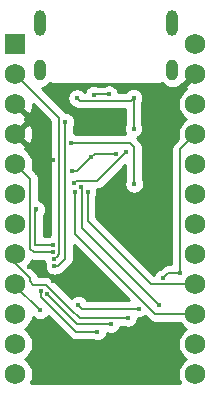
<source format=gbl>
%TF.GenerationSoftware,KiCad,Pcbnew,5.1.9*%
%TF.CreationDate,2021-03-01T07:28:27+02:00*%
%TF.ProjectId,beater-c,62656174-6572-42d6-932e-6b696361645f,rev?*%
%TF.SameCoordinates,Original*%
%TF.FileFunction,Copper,L2,Bot*%
%TF.FilePolarity,Positive*%
%FSLAX46Y46*%
G04 Gerber Fmt 4.6, Leading zero omitted, Abs format (unit mm)*
G04 Created by KiCad (PCBNEW 5.1.9) date 2021-03-01 07:28:27*
%MOMM*%
%LPD*%
G01*
G04 APERTURE LIST*
%TA.AperFunction,ComponentPad*%
%ADD10O,1.000000X2.200000*%
%TD*%
%TA.AperFunction,ComponentPad*%
%ADD11O,1.000000X1.800000*%
%TD*%
%TA.AperFunction,ComponentPad*%
%ADD12C,1.752600*%
%TD*%
%TA.AperFunction,ComponentPad*%
%ADD13R,1.752600X1.752600*%
%TD*%
%TA.AperFunction,ViaPad*%
%ADD14C,0.400000*%
%TD*%
%TA.AperFunction,Conductor*%
%ADD15C,0.200000*%
%TD*%
%TA.AperFunction,Conductor*%
%ADD16C,0.254000*%
%TD*%
%TA.AperFunction,Conductor*%
%ADD17C,0.100000*%
%TD*%
G04 APERTURE END LIST*
D10*
%TO.P,USB1,13*%
%TO.N,Net-(USB1-Pad13)*%
X230258000Y-93590800D03*
X219018000Y-93590800D03*
D11*
X219018000Y-97590800D03*
X230258000Y-97590800D03*
%TD*%
D12*
%TO.P,U1,24*%
%TO.N,Net-(U1-Pad24)*%
X232207000Y-95402000D03*
%TO.P,U1,12*%
%TO.N,B5*%
X216967000Y-123342000D03*
%TO.P,U1,23*%
%TO.N,GND*%
X232207000Y-97942000D03*
%TO.P,U1,22*%
%TO.N,RST*%
X232207000Y-100482000D03*
%TO.P,U1,21*%
%TO.N,+5V*%
X232207000Y-103022000D03*
%TO.P,U1,20*%
%TO.N,F4*%
X232207000Y-105562000D03*
%TO.P,U1,19*%
%TO.N,F5*%
X232207000Y-108102000D03*
%TO.P,U1,18*%
%TO.N,F6*%
X232207000Y-110642000D03*
%TO.P,U1,17*%
%TO.N,F7*%
X232207000Y-113182000D03*
%TO.P,U1,16*%
%TO.N,B1*%
X232207000Y-115722000D03*
%TO.P,U1,15*%
%TO.N,B3*%
X232207000Y-118262000D03*
%TO.P,U1,14*%
%TO.N,B2*%
X232207000Y-120802000D03*
%TO.P,U1,13*%
%TO.N,B6*%
X232207000Y-123342000D03*
%TO.P,U1,11*%
%TO.N,B4*%
X216967000Y-120802000D03*
%TO.P,U1,10*%
%TO.N,E6*%
X216967000Y-118262000D03*
%TO.P,U1,9*%
%TO.N,D7*%
X216967000Y-115722000D03*
%TO.P,U1,8*%
%TO.N,C6*%
X216967000Y-113182000D03*
%TO.P,U1,7*%
%TO.N,D4*%
X216967000Y-110642000D03*
%TO.P,U1,6*%
%TO.N,D0*%
X216967000Y-108102000D03*
%TO.P,U1,5*%
%TO.N,D1*%
X216967000Y-105562000D03*
%TO.P,U1,4*%
%TO.N,GND*%
X216967000Y-103022000D03*
%TO.P,U1,3*%
X216967000Y-100482000D03*
%TO.P,U1,2*%
%TO.N,D2*%
X216967000Y-97942000D03*
D13*
%TO.P,U1,1*%
%TO.N,D3*%
X216967000Y-95402000D03*
%TD*%
D14*
%TO.N,GND*%
X227330000Y-122936000D03*
X220134592Y-115495957D03*
X218121549Y-114300000D03*
X219200000Y-119900000D03*
X220175200Y-105200000D03*
X222200000Y-101400000D03*
X229300000Y-103400000D03*
X227900000Y-101700000D03*
X229300000Y-120400000D03*
X230000000Y-112700000D03*
X219400000Y-121800000D03*
%TO.N,+5V*%
X223400000Y-105000000D03*
X225464350Y-104727043D03*
X222300000Y-117500000D03*
X227400000Y-117800000D03*
X230900000Y-114800000D03*
X229464000Y-115222000D03*
X221800000Y-106200000D03*
%TO.N,VBUS*%
X226974400Y-99974400D03*
X222199200Y-99982000D03*
X226974400Y-102565200D03*
%TO.N,D+*%
X224888000Y-99669600D03*
X223626429Y-99690905D03*
%TO.N,RST*%
X221932500Y-107188000D03*
X226314000Y-104584500D03*
%TO.N,B1*%
X223075500Y-107950000D03*
%TO.N,B3*%
X222026990Y-107896061D03*
%TO.N,B2*%
X222501186Y-107528447D03*
X229108000Y-117538500D03*
%TO.N,E6*%
X227012500Y-107251500D03*
X221675200Y-103757567D03*
%TO.N,D7*%
X219051795Y-117948205D03*
%TO.N,C6*%
X226500000Y-118600000D03*
%TO.N,D0*%
X220175200Y-112416887D03*
X218736800Y-109410500D03*
%TO.N,D1*%
X220116400Y-113014000D03*
%TO.N,D2*%
X220230609Y-113603032D03*
%TO.N,D3*%
X220272584Y-114201564D03*
X221175200Y-101981000D03*
%TO.N,Net-(U2-Pad17)*%
X219646500Y-116586000D03*
X225044000Y-119126000D03*
%TO.N,Net-(U2-Pad16)*%
X223898954Y-119758954D03*
X219121549Y-116290168D03*
%TD*%
D15*
%TO.N,GND*%
X218938635Y-114300000D02*
X218121549Y-114300000D01*
X220134592Y-115495957D02*
X218938635Y-114300000D01*
X219145000Y-105200000D02*
X220175200Y-105200000D01*
X216967000Y-103022000D02*
X219145000Y-105200000D01*
%TO.N,+5V*%
X223672957Y-104727043D02*
X225464350Y-104727043D01*
X223400000Y-105000000D02*
X223672957Y-104727043D01*
X230900000Y-104329000D02*
X232207000Y-103022000D01*
X230900000Y-114800000D02*
X230900000Y-104329000D01*
X222600000Y-117800000D02*
X227400000Y-117800000D01*
X222300000Y-117500000D02*
X222600000Y-117800000D01*
X229886000Y-114800000D02*
X229464000Y-115222000D01*
X230900000Y-114800000D02*
X229886000Y-114800000D01*
X222200000Y-106200000D02*
X223400000Y-105000000D01*
X221800000Y-106200000D02*
X222200000Y-106200000D01*
%TO.N,VBUS*%
X222408106Y-100190906D02*
X222199200Y-99982000D01*
X226757894Y-100190906D02*
X222408106Y-100190906D01*
X226974400Y-99974400D02*
X226757894Y-100190906D01*
X226974400Y-99974400D02*
X226974400Y-102565200D01*
%TO.N,D+*%
X223647734Y-99669600D02*
X223626429Y-99690905D01*
X224888000Y-99669600D02*
X223647734Y-99669600D01*
%TO.N,RST*%
X223910499Y-106988001D02*
X226314000Y-104584500D01*
X222132499Y-106988001D02*
X223910499Y-106988001D01*
X221932500Y-107188000D02*
X222132499Y-106988001D01*
%TO.N,B1*%
X223075500Y-107950000D02*
X223075500Y-110363000D01*
X228434500Y-115722000D02*
X232207000Y-115722000D01*
X223075500Y-110363000D02*
X228434500Y-115722000D01*
%TO.N,B3*%
X222026990Y-107896061D02*
X222026990Y-111486190D01*
X228802800Y-118262000D02*
X232207000Y-118262000D01*
X222026990Y-111486190D02*
X228802800Y-118262000D01*
%TO.N,B2*%
X222575499Y-111005999D02*
X229108000Y-117538500D01*
X222575499Y-107602760D02*
X222575499Y-111005999D01*
X222501186Y-107528447D02*
X222575499Y-107602760D01*
%TO.N,E6*%
X226630067Y-103757567D02*
X224664433Y-103757567D01*
X227012500Y-107251500D02*
X227012500Y-104140000D01*
X224664433Y-103757567D02*
X221675200Y-103757567D01*
X227012500Y-104140000D02*
X226630067Y-103757567D01*
X224788567Y-103757567D02*
X224664433Y-103757567D01*
%TO.N,D7*%
X216967000Y-115863410D02*
X216967000Y-115722000D01*
X219051795Y-117948205D02*
X216967000Y-115863410D01*
%TO.N,C6*%
X221691800Y-117906800D02*
X221706800Y-117906800D01*
X222400000Y-118600000D02*
X226000000Y-118600000D01*
X221706800Y-117906800D02*
X222400000Y-118600000D01*
X226000000Y-118600000D02*
X226500000Y-118600000D01*
X218200000Y-115500000D02*
X218490167Y-115790167D01*
X221706800Y-117906298D02*
X221706800Y-117906800D01*
X219590669Y-115790167D02*
X221706800Y-117906298D01*
X218490167Y-115790167D02*
X219590669Y-115790167D01*
X216967000Y-113981074D02*
X216967000Y-113182000D01*
X218200000Y-115214074D02*
X216967000Y-113981074D01*
X218200000Y-115500000D02*
X218200000Y-115214074D01*
%TO.N,D0*%
X220175200Y-112416887D02*
X218658697Y-112416887D01*
X218658697Y-112416887D02*
X218636810Y-112395000D01*
X218636810Y-112395000D02*
X218636810Y-109658190D01*
X218736800Y-109558200D02*
X218736800Y-109410500D01*
X218636810Y-109658190D02*
X218736800Y-109558200D01*
%TO.N,D1*%
X220116400Y-113014000D02*
X218525600Y-113014000D01*
X218525600Y-113014000D02*
X218236800Y-112725200D01*
X218236800Y-106831800D02*
X216967000Y-105562000D01*
X218236800Y-112725200D02*
X218236800Y-106831800D01*
%TO.N,D2*%
X220430608Y-113403033D02*
X220454567Y-113403033D01*
X220230609Y-113603032D02*
X220430608Y-113403033D01*
X220454567Y-113403033D02*
X220675200Y-113182400D01*
X220675200Y-101650200D02*
X216967000Y-97942000D01*
X220675200Y-113182400D02*
X220675200Y-101650200D01*
%TO.N,D3*%
X221175200Y-113581790D02*
X221175200Y-102870000D01*
X220555426Y-114201564D02*
X221175200Y-113581790D01*
X220272584Y-114201564D02*
X220555426Y-114201564D01*
X221175200Y-102870000D02*
X221175200Y-101981000D01*
%TO.N,Net-(U2-Pad17)*%
X222186500Y-119126000D02*
X225044000Y-119126000D01*
X219646500Y-116586000D02*
X222186500Y-119126000D01*
%TO.N,Net-(U2-Pad16)*%
X222079452Y-119758954D02*
X223898954Y-119758954D01*
X219137699Y-116817201D02*
X222079452Y-119758954D01*
X219137699Y-116306318D02*
X219121549Y-116290168D01*
X219137699Y-116817201D02*
X219137699Y-116306318D01*
%TD*%
D16*
%TO.N,GND*%
X228257546Y-118756193D02*
X228280562Y-118784238D01*
X228392480Y-118876087D01*
X228520167Y-118944337D01*
X228658715Y-118986365D01*
X228766695Y-118997000D01*
X228766704Y-118997000D01*
X228802799Y-119000555D01*
X228838894Y-118997000D01*
X230880486Y-118997000D01*
X231033096Y-119225398D01*
X231243602Y-119435904D01*
X231387420Y-119532000D01*
X231243602Y-119628096D01*
X231033096Y-119838602D01*
X230867703Y-120086131D01*
X230753778Y-120361170D01*
X230695700Y-120653150D01*
X230695700Y-120950850D01*
X230753778Y-121242830D01*
X230867703Y-121517869D01*
X231033096Y-121765398D01*
X231243602Y-121975904D01*
X231387420Y-122072000D01*
X231243602Y-122168096D01*
X231033096Y-122378602D01*
X230867703Y-122626131D01*
X230753778Y-122901170D01*
X230695700Y-123193150D01*
X230695700Y-123490850D01*
X230753778Y-123782830D01*
X230867703Y-124057869D01*
X230907547Y-124117500D01*
X218266453Y-124117500D01*
X218306297Y-124057869D01*
X218420222Y-123782830D01*
X218478300Y-123490850D01*
X218478300Y-123193150D01*
X218420222Y-122901170D01*
X218306297Y-122626131D01*
X218140904Y-122378602D01*
X217930398Y-122168096D01*
X217786580Y-122072000D01*
X217930398Y-121975904D01*
X218140904Y-121765398D01*
X218306297Y-121517869D01*
X218420222Y-121242830D01*
X218478300Y-120950850D01*
X218478300Y-120653150D01*
X218420222Y-120361170D01*
X218306297Y-120086131D01*
X218140904Y-119838602D01*
X217930398Y-119628096D01*
X217786580Y-119532000D01*
X217930398Y-119435904D01*
X218140904Y-119225398D01*
X218306297Y-118977869D01*
X218420222Y-118702830D01*
X218454288Y-118531566D01*
X218519514Y-118596792D01*
X218656274Y-118688172D01*
X218808235Y-118751116D01*
X218969555Y-118783205D01*
X219134035Y-118783205D01*
X219295355Y-118751116D01*
X219447316Y-118688172D01*
X219584076Y-118596792D01*
X219700382Y-118480486D01*
X219724877Y-118443826D01*
X221534198Y-120253147D01*
X221557214Y-120281192D01*
X221669132Y-120373041D01*
X221796819Y-120441291D01*
X221893338Y-120470570D01*
X221935366Y-120483319D01*
X222079452Y-120497510D01*
X222115557Y-120493954D01*
X223495999Y-120493954D01*
X223503433Y-120498921D01*
X223655394Y-120561865D01*
X223816714Y-120593954D01*
X223981194Y-120593954D01*
X224142514Y-120561865D01*
X224294475Y-120498921D01*
X224431235Y-120407541D01*
X224547541Y-120291235D01*
X224638921Y-120154475D01*
X224701865Y-120002514D01*
X224722895Y-119896791D01*
X224800440Y-119928911D01*
X224961760Y-119961000D01*
X225126240Y-119961000D01*
X225287560Y-119928911D01*
X225439521Y-119865967D01*
X225576281Y-119774587D01*
X225692587Y-119658281D01*
X225783967Y-119521521D01*
X225846911Y-119369560D01*
X225853786Y-119335000D01*
X226097045Y-119335000D01*
X226104479Y-119339967D01*
X226256440Y-119402911D01*
X226417760Y-119435000D01*
X226582240Y-119435000D01*
X226743560Y-119402911D01*
X226895521Y-119339967D01*
X227032281Y-119248587D01*
X227148587Y-119132281D01*
X227239967Y-118995521D01*
X227302911Y-118843560D01*
X227335000Y-118682240D01*
X227335000Y-118635000D01*
X227482240Y-118635000D01*
X227643560Y-118602911D01*
X227795521Y-118539967D01*
X227932281Y-118448587D01*
X227941111Y-118439757D01*
X228257546Y-118756193D01*
%TA.AperFunction,Conductor*%
D17*
G36*
X228257546Y-118756193D02*
G01*
X228280562Y-118784238D01*
X228392480Y-118876087D01*
X228520167Y-118944337D01*
X228658715Y-118986365D01*
X228766695Y-118997000D01*
X228766704Y-118997000D01*
X228802799Y-119000555D01*
X228838894Y-118997000D01*
X230880486Y-118997000D01*
X231033096Y-119225398D01*
X231243602Y-119435904D01*
X231387420Y-119532000D01*
X231243602Y-119628096D01*
X231033096Y-119838602D01*
X230867703Y-120086131D01*
X230753778Y-120361170D01*
X230695700Y-120653150D01*
X230695700Y-120950850D01*
X230753778Y-121242830D01*
X230867703Y-121517869D01*
X231033096Y-121765398D01*
X231243602Y-121975904D01*
X231387420Y-122072000D01*
X231243602Y-122168096D01*
X231033096Y-122378602D01*
X230867703Y-122626131D01*
X230753778Y-122901170D01*
X230695700Y-123193150D01*
X230695700Y-123490850D01*
X230753778Y-123782830D01*
X230867703Y-124057869D01*
X230907547Y-124117500D01*
X218266453Y-124117500D01*
X218306297Y-124057869D01*
X218420222Y-123782830D01*
X218478300Y-123490850D01*
X218478300Y-123193150D01*
X218420222Y-122901170D01*
X218306297Y-122626131D01*
X218140904Y-122378602D01*
X217930398Y-122168096D01*
X217786580Y-122072000D01*
X217930398Y-121975904D01*
X218140904Y-121765398D01*
X218306297Y-121517869D01*
X218420222Y-121242830D01*
X218478300Y-120950850D01*
X218478300Y-120653150D01*
X218420222Y-120361170D01*
X218306297Y-120086131D01*
X218140904Y-119838602D01*
X217930398Y-119628096D01*
X217786580Y-119532000D01*
X217930398Y-119435904D01*
X218140904Y-119225398D01*
X218306297Y-118977869D01*
X218420222Y-118702830D01*
X218454288Y-118531566D01*
X218519514Y-118596792D01*
X218656274Y-118688172D01*
X218808235Y-118751116D01*
X218969555Y-118783205D01*
X219134035Y-118783205D01*
X219295355Y-118751116D01*
X219447316Y-118688172D01*
X219584076Y-118596792D01*
X219700382Y-118480486D01*
X219724877Y-118443826D01*
X221534198Y-120253147D01*
X221557214Y-120281192D01*
X221669132Y-120373041D01*
X221796819Y-120441291D01*
X221893338Y-120470570D01*
X221935366Y-120483319D01*
X222079452Y-120497510D01*
X222115557Y-120493954D01*
X223495999Y-120493954D01*
X223503433Y-120498921D01*
X223655394Y-120561865D01*
X223816714Y-120593954D01*
X223981194Y-120593954D01*
X224142514Y-120561865D01*
X224294475Y-120498921D01*
X224431235Y-120407541D01*
X224547541Y-120291235D01*
X224638921Y-120154475D01*
X224701865Y-120002514D01*
X224722895Y-119896791D01*
X224800440Y-119928911D01*
X224961760Y-119961000D01*
X225126240Y-119961000D01*
X225287560Y-119928911D01*
X225439521Y-119865967D01*
X225576281Y-119774587D01*
X225692587Y-119658281D01*
X225783967Y-119521521D01*
X225846911Y-119369560D01*
X225853786Y-119335000D01*
X226097045Y-119335000D01*
X226104479Y-119339967D01*
X226256440Y-119402911D01*
X226417760Y-119435000D01*
X226582240Y-119435000D01*
X226743560Y-119402911D01*
X226895521Y-119339967D01*
X227032281Y-119248587D01*
X227148587Y-119132281D01*
X227239967Y-118995521D01*
X227302911Y-118843560D01*
X227335000Y-118682240D01*
X227335000Y-118635000D01*
X227482240Y-118635000D01*
X227643560Y-118602911D01*
X227795521Y-118539967D01*
X227932281Y-118448587D01*
X227941111Y-118439757D01*
X228257546Y-118756193D01*
G37*
%TD.AperFunction*%
D16*
X226566353Y-117065000D02*
X223013588Y-117065000D01*
X222948587Y-116967719D01*
X222832281Y-116851413D01*
X222695521Y-116760033D01*
X222543560Y-116697089D01*
X222382240Y-116665000D01*
X222217760Y-116665000D01*
X222056440Y-116697089D01*
X221904479Y-116760033D01*
X221767719Y-116851413D01*
X221729540Y-116889592D01*
X220135927Y-115295979D01*
X220112907Y-115267929D01*
X220000989Y-115176080D01*
X219873302Y-115107830D01*
X219734754Y-115065802D01*
X219626774Y-115055167D01*
X219590669Y-115051611D01*
X219554564Y-115055167D01*
X218919869Y-115055167D01*
X218882337Y-114931441D01*
X218814087Y-114803754D01*
X218722238Y-114691836D01*
X218694193Y-114668820D01*
X218152867Y-114127494D01*
X218306297Y-113897869D01*
X218373387Y-113735899D01*
X218381515Y-113738365D01*
X218525600Y-113752556D01*
X218561705Y-113749000D01*
X219408285Y-113749000D01*
X219427698Y-113846592D01*
X219471760Y-113952967D01*
X219469673Y-113958004D01*
X219437584Y-114119324D01*
X219437584Y-114283804D01*
X219469673Y-114445124D01*
X219532617Y-114597085D01*
X219623997Y-114733845D01*
X219740303Y-114850151D01*
X219877063Y-114941531D01*
X220029024Y-115004475D01*
X220190344Y-115036564D01*
X220354824Y-115036564D01*
X220516144Y-115004475D01*
X220668105Y-114941531D01*
X220690062Y-114926860D01*
X220699511Y-114925929D01*
X220838059Y-114883901D01*
X220965746Y-114815651D01*
X221077664Y-114723802D01*
X221100684Y-114695752D01*
X221669397Y-114127040D01*
X221697437Y-114104028D01*
X221720450Y-114075987D01*
X221720453Y-114075984D01*
X221789287Y-113992110D01*
X221795186Y-113981074D01*
X221857537Y-113864423D01*
X221899565Y-113725875D01*
X221910200Y-113617895D01*
X221910200Y-113617894D01*
X221913756Y-113581790D01*
X221910200Y-113545685D01*
X221910200Y-112408846D01*
X226566353Y-117065000D01*
%TA.AperFunction,Conductor*%
D17*
G36*
X226566353Y-117065000D02*
G01*
X223013588Y-117065000D01*
X222948587Y-116967719D01*
X222832281Y-116851413D01*
X222695521Y-116760033D01*
X222543560Y-116697089D01*
X222382240Y-116665000D01*
X222217760Y-116665000D01*
X222056440Y-116697089D01*
X221904479Y-116760033D01*
X221767719Y-116851413D01*
X221729540Y-116889592D01*
X220135927Y-115295979D01*
X220112907Y-115267929D01*
X220000989Y-115176080D01*
X219873302Y-115107830D01*
X219734754Y-115065802D01*
X219626774Y-115055167D01*
X219590669Y-115051611D01*
X219554564Y-115055167D01*
X218919869Y-115055167D01*
X218882337Y-114931441D01*
X218814087Y-114803754D01*
X218722238Y-114691836D01*
X218694193Y-114668820D01*
X218152867Y-114127494D01*
X218306297Y-113897869D01*
X218373387Y-113735899D01*
X218381515Y-113738365D01*
X218525600Y-113752556D01*
X218561705Y-113749000D01*
X219408285Y-113749000D01*
X219427698Y-113846592D01*
X219471760Y-113952967D01*
X219469673Y-113958004D01*
X219437584Y-114119324D01*
X219437584Y-114283804D01*
X219469673Y-114445124D01*
X219532617Y-114597085D01*
X219623997Y-114733845D01*
X219740303Y-114850151D01*
X219877063Y-114941531D01*
X220029024Y-115004475D01*
X220190344Y-115036564D01*
X220354824Y-115036564D01*
X220516144Y-115004475D01*
X220668105Y-114941531D01*
X220690062Y-114926860D01*
X220699511Y-114925929D01*
X220838059Y-114883901D01*
X220965746Y-114815651D01*
X221077664Y-114723802D01*
X221100684Y-114695752D01*
X221669397Y-114127040D01*
X221697437Y-114104028D01*
X221720450Y-114075987D01*
X221720453Y-114075984D01*
X221789287Y-113992110D01*
X221795186Y-113981074D01*
X221857537Y-113864423D01*
X221899565Y-113725875D01*
X221910200Y-113617895D01*
X221910200Y-113617894D01*
X221913756Y-113581790D01*
X221910200Y-113545685D01*
X221910200Y-112408846D01*
X226566353Y-117065000D01*
G37*
%TD.AperFunction*%
D16*
X232400748Y-97927858D02*
X232386605Y-97942000D01*
X232400748Y-97956143D01*
X232221142Y-98135748D01*
X232207000Y-98121605D01*
X231339437Y-98989169D01*
X231406809Y-99199045D01*
X231243602Y-99308096D01*
X231033096Y-99518602D01*
X230867703Y-99766131D01*
X230753778Y-100041170D01*
X230695700Y-100333150D01*
X230695700Y-100630850D01*
X230753778Y-100922830D01*
X230867703Y-101197869D01*
X231033096Y-101445398D01*
X231243602Y-101655904D01*
X231387420Y-101752000D01*
X231243602Y-101848096D01*
X231033096Y-102058602D01*
X230867703Y-102306131D01*
X230753778Y-102581170D01*
X230695700Y-102873150D01*
X230695700Y-103170850D01*
X230749289Y-103440264D01*
X230405808Y-103783746D01*
X230377763Y-103806762D01*
X230285914Y-103918680D01*
X230250253Y-103985398D01*
X230217664Y-104046367D01*
X230175635Y-104184915D01*
X230161444Y-104329000D01*
X230165001Y-104365115D01*
X230165000Y-114065000D01*
X229922096Y-114065000D01*
X229885999Y-114061445D01*
X229849902Y-114065000D01*
X229849895Y-114065000D01*
X229756132Y-114074235D01*
X229741914Y-114075635D01*
X229740764Y-114075984D01*
X229603367Y-114117663D01*
X229475680Y-114185913D01*
X229363762Y-114277762D01*
X229340741Y-114305813D01*
X229229209Y-114417345D01*
X229220440Y-114419089D01*
X229068479Y-114482033D01*
X228931719Y-114573413D01*
X228815413Y-114689719D01*
X228724033Y-114826479D01*
X228681386Y-114929439D01*
X223810500Y-110058554D01*
X223810500Y-108352955D01*
X223815467Y-108345521D01*
X223878411Y-108193560D01*
X223910500Y-108032240D01*
X223910500Y-107867760D01*
X223881851Y-107723735D01*
X223910499Y-107726557D01*
X223946604Y-107723001D01*
X224054584Y-107712366D01*
X224193132Y-107670338D01*
X224320819Y-107602088D01*
X224432737Y-107510239D01*
X224455758Y-107482189D01*
X226277501Y-105660446D01*
X226277500Y-106848545D01*
X226272533Y-106855979D01*
X226209589Y-107007940D01*
X226177500Y-107169260D01*
X226177500Y-107333740D01*
X226209589Y-107495060D01*
X226272533Y-107647021D01*
X226363913Y-107783781D01*
X226480219Y-107900087D01*
X226616979Y-107991467D01*
X226768940Y-108054411D01*
X226930260Y-108086500D01*
X227094740Y-108086500D01*
X227256060Y-108054411D01*
X227408021Y-107991467D01*
X227544781Y-107900087D01*
X227661087Y-107783781D01*
X227752467Y-107647021D01*
X227815411Y-107495060D01*
X227847500Y-107333740D01*
X227847500Y-107169260D01*
X227815411Y-107007940D01*
X227752467Y-106855979D01*
X227747500Y-106848545D01*
X227747500Y-104176105D01*
X227751056Y-104140000D01*
X227736865Y-103995915D01*
X227729129Y-103970413D01*
X227694837Y-103857367D01*
X227626587Y-103729680D01*
X227534738Y-103617762D01*
X227506687Y-103594741D01*
X227261869Y-103349923D01*
X227369921Y-103305167D01*
X227506681Y-103213787D01*
X227622987Y-103097481D01*
X227714367Y-102960721D01*
X227777311Y-102808760D01*
X227809400Y-102647440D01*
X227809400Y-102482960D01*
X227777311Y-102321640D01*
X227714367Y-102169679D01*
X227709400Y-102162245D01*
X227709400Y-100377355D01*
X227714367Y-100369921D01*
X227777311Y-100217960D01*
X227809400Y-100056640D01*
X227809400Y-99892160D01*
X227777311Y-99730840D01*
X227714367Y-99578879D01*
X227622987Y-99442119D01*
X227506681Y-99325813D01*
X227369921Y-99234433D01*
X227217960Y-99171489D01*
X227056640Y-99139400D01*
X226892160Y-99139400D01*
X226730840Y-99171489D01*
X226578879Y-99234433D01*
X226442119Y-99325813D01*
X226325813Y-99442119D01*
X226316601Y-99455906D01*
X225696852Y-99455906D01*
X225690911Y-99426040D01*
X225627967Y-99274079D01*
X225536587Y-99137319D01*
X225420281Y-99021013D01*
X225283521Y-98929633D01*
X225131560Y-98866689D01*
X224970240Y-98834600D01*
X224805760Y-98834600D01*
X224644440Y-98866689D01*
X224492479Y-98929633D01*
X224485045Y-98934600D01*
X223982506Y-98934600D01*
X223869989Y-98887994D01*
X223708669Y-98855905D01*
X223544189Y-98855905D01*
X223382869Y-98887994D01*
X223230908Y-98950938D01*
X223094148Y-99042318D01*
X222977842Y-99158624D01*
X222886462Y-99295384D01*
X222829931Y-99431863D01*
X222731481Y-99333413D01*
X222594721Y-99242033D01*
X222442760Y-99179089D01*
X222281440Y-99147000D01*
X222116960Y-99147000D01*
X221955640Y-99179089D01*
X221803679Y-99242033D01*
X221666919Y-99333413D01*
X221550613Y-99449719D01*
X221459233Y-99586479D01*
X221396289Y-99738440D01*
X221364200Y-99899760D01*
X221364200Y-100064240D01*
X221396289Y-100225560D01*
X221459233Y-100377521D01*
X221550613Y-100514281D01*
X221666919Y-100630587D01*
X221803679Y-100721967D01*
X221955640Y-100784911D01*
X221978971Y-100789552D01*
X221997786Y-100804993D01*
X222020250Y-100817000D01*
X222125473Y-100873243D01*
X222264021Y-100915271D01*
X222408106Y-100929462D01*
X222444211Y-100925906D01*
X226239400Y-100925906D01*
X226239401Y-102162244D01*
X226234433Y-102169679D01*
X226171489Y-102321640D01*
X226139400Y-102482960D01*
X226139400Y-102647440D01*
X226171489Y-102808760D01*
X226234433Y-102960721D01*
X226275757Y-103022567D01*
X222078155Y-103022567D01*
X222070721Y-103017600D01*
X221918760Y-102954656D01*
X221910200Y-102952953D01*
X221910200Y-102383955D01*
X221915167Y-102376521D01*
X221978111Y-102224560D01*
X222010200Y-102063240D01*
X222010200Y-101898760D01*
X221978111Y-101737440D01*
X221915167Y-101585479D01*
X221823787Y-101448719D01*
X221707481Y-101332413D01*
X221570721Y-101241033D01*
X221418760Y-101178089D01*
X221257440Y-101146000D01*
X221212241Y-101146000D01*
X221197438Y-101127962D01*
X221169393Y-101104946D01*
X219179802Y-99115355D01*
X219240499Y-99109377D01*
X219454447Y-99044476D01*
X219651623Y-98939084D01*
X219824449Y-98797249D01*
X219870770Y-98740807D01*
X219885417Y-98745250D01*
X220014800Y-98757993D01*
X220047219Y-98754800D01*
X229227981Y-98754800D01*
X229260400Y-98757993D01*
X229292819Y-98754800D01*
X229389783Y-98745250D01*
X229405071Y-98740612D01*
X229451552Y-98797249D01*
X229624378Y-98939084D01*
X229821554Y-99044476D01*
X230035502Y-99109377D01*
X230258000Y-99131291D01*
X230480499Y-99109377D01*
X230694447Y-99044476D01*
X230891623Y-98939084D01*
X231064449Y-98797249D01*
X231076339Y-98782761D01*
X231159831Y-98809563D01*
X232027395Y-97942000D01*
X232013252Y-97927858D01*
X232192858Y-97748253D01*
X232207000Y-97762395D01*
X232221142Y-97748252D01*
X232400748Y-97927858D01*
%TA.AperFunction,Conductor*%
D17*
G36*
X232400748Y-97927858D02*
G01*
X232386605Y-97942000D01*
X232400748Y-97956143D01*
X232221142Y-98135748D01*
X232207000Y-98121605D01*
X231339437Y-98989169D01*
X231406809Y-99199045D01*
X231243602Y-99308096D01*
X231033096Y-99518602D01*
X230867703Y-99766131D01*
X230753778Y-100041170D01*
X230695700Y-100333150D01*
X230695700Y-100630850D01*
X230753778Y-100922830D01*
X230867703Y-101197869D01*
X231033096Y-101445398D01*
X231243602Y-101655904D01*
X231387420Y-101752000D01*
X231243602Y-101848096D01*
X231033096Y-102058602D01*
X230867703Y-102306131D01*
X230753778Y-102581170D01*
X230695700Y-102873150D01*
X230695700Y-103170850D01*
X230749289Y-103440264D01*
X230405808Y-103783746D01*
X230377763Y-103806762D01*
X230285914Y-103918680D01*
X230250253Y-103985398D01*
X230217664Y-104046367D01*
X230175635Y-104184915D01*
X230161444Y-104329000D01*
X230165001Y-104365115D01*
X230165000Y-114065000D01*
X229922096Y-114065000D01*
X229885999Y-114061445D01*
X229849902Y-114065000D01*
X229849895Y-114065000D01*
X229756132Y-114074235D01*
X229741914Y-114075635D01*
X229740764Y-114075984D01*
X229603367Y-114117663D01*
X229475680Y-114185913D01*
X229363762Y-114277762D01*
X229340741Y-114305813D01*
X229229209Y-114417345D01*
X229220440Y-114419089D01*
X229068479Y-114482033D01*
X228931719Y-114573413D01*
X228815413Y-114689719D01*
X228724033Y-114826479D01*
X228681386Y-114929439D01*
X223810500Y-110058554D01*
X223810500Y-108352955D01*
X223815467Y-108345521D01*
X223878411Y-108193560D01*
X223910500Y-108032240D01*
X223910500Y-107867760D01*
X223881851Y-107723735D01*
X223910499Y-107726557D01*
X223946604Y-107723001D01*
X224054584Y-107712366D01*
X224193132Y-107670338D01*
X224320819Y-107602088D01*
X224432737Y-107510239D01*
X224455758Y-107482189D01*
X226277501Y-105660446D01*
X226277500Y-106848545D01*
X226272533Y-106855979D01*
X226209589Y-107007940D01*
X226177500Y-107169260D01*
X226177500Y-107333740D01*
X226209589Y-107495060D01*
X226272533Y-107647021D01*
X226363913Y-107783781D01*
X226480219Y-107900087D01*
X226616979Y-107991467D01*
X226768940Y-108054411D01*
X226930260Y-108086500D01*
X227094740Y-108086500D01*
X227256060Y-108054411D01*
X227408021Y-107991467D01*
X227544781Y-107900087D01*
X227661087Y-107783781D01*
X227752467Y-107647021D01*
X227815411Y-107495060D01*
X227847500Y-107333740D01*
X227847500Y-107169260D01*
X227815411Y-107007940D01*
X227752467Y-106855979D01*
X227747500Y-106848545D01*
X227747500Y-104176105D01*
X227751056Y-104140000D01*
X227736865Y-103995915D01*
X227729129Y-103970413D01*
X227694837Y-103857367D01*
X227626587Y-103729680D01*
X227534738Y-103617762D01*
X227506687Y-103594741D01*
X227261869Y-103349923D01*
X227369921Y-103305167D01*
X227506681Y-103213787D01*
X227622987Y-103097481D01*
X227714367Y-102960721D01*
X227777311Y-102808760D01*
X227809400Y-102647440D01*
X227809400Y-102482960D01*
X227777311Y-102321640D01*
X227714367Y-102169679D01*
X227709400Y-102162245D01*
X227709400Y-100377355D01*
X227714367Y-100369921D01*
X227777311Y-100217960D01*
X227809400Y-100056640D01*
X227809400Y-99892160D01*
X227777311Y-99730840D01*
X227714367Y-99578879D01*
X227622987Y-99442119D01*
X227506681Y-99325813D01*
X227369921Y-99234433D01*
X227217960Y-99171489D01*
X227056640Y-99139400D01*
X226892160Y-99139400D01*
X226730840Y-99171489D01*
X226578879Y-99234433D01*
X226442119Y-99325813D01*
X226325813Y-99442119D01*
X226316601Y-99455906D01*
X225696852Y-99455906D01*
X225690911Y-99426040D01*
X225627967Y-99274079D01*
X225536587Y-99137319D01*
X225420281Y-99021013D01*
X225283521Y-98929633D01*
X225131560Y-98866689D01*
X224970240Y-98834600D01*
X224805760Y-98834600D01*
X224644440Y-98866689D01*
X224492479Y-98929633D01*
X224485045Y-98934600D01*
X223982506Y-98934600D01*
X223869989Y-98887994D01*
X223708669Y-98855905D01*
X223544189Y-98855905D01*
X223382869Y-98887994D01*
X223230908Y-98950938D01*
X223094148Y-99042318D01*
X222977842Y-99158624D01*
X222886462Y-99295384D01*
X222829931Y-99431863D01*
X222731481Y-99333413D01*
X222594721Y-99242033D01*
X222442760Y-99179089D01*
X222281440Y-99147000D01*
X222116960Y-99147000D01*
X221955640Y-99179089D01*
X221803679Y-99242033D01*
X221666919Y-99333413D01*
X221550613Y-99449719D01*
X221459233Y-99586479D01*
X221396289Y-99738440D01*
X221364200Y-99899760D01*
X221364200Y-100064240D01*
X221396289Y-100225560D01*
X221459233Y-100377521D01*
X221550613Y-100514281D01*
X221666919Y-100630587D01*
X221803679Y-100721967D01*
X221955640Y-100784911D01*
X221978971Y-100789552D01*
X221997786Y-100804993D01*
X222020250Y-100817000D01*
X222125473Y-100873243D01*
X222264021Y-100915271D01*
X222408106Y-100929462D01*
X222444211Y-100925906D01*
X226239400Y-100925906D01*
X226239401Y-102162244D01*
X226234433Y-102169679D01*
X226171489Y-102321640D01*
X226139400Y-102482960D01*
X226139400Y-102647440D01*
X226171489Y-102808760D01*
X226234433Y-102960721D01*
X226275757Y-103022567D01*
X222078155Y-103022567D01*
X222070721Y-103017600D01*
X221918760Y-102954656D01*
X221910200Y-102952953D01*
X221910200Y-102383955D01*
X221915167Y-102376521D01*
X221978111Y-102224560D01*
X222010200Y-102063240D01*
X222010200Y-101898760D01*
X221978111Y-101737440D01*
X221915167Y-101585479D01*
X221823787Y-101448719D01*
X221707481Y-101332413D01*
X221570721Y-101241033D01*
X221418760Y-101178089D01*
X221257440Y-101146000D01*
X221212241Y-101146000D01*
X221197438Y-101127962D01*
X221169393Y-101104946D01*
X219179802Y-99115355D01*
X219240499Y-99109377D01*
X219454447Y-99044476D01*
X219651623Y-98939084D01*
X219824449Y-98797249D01*
X219870770Y-98740807D01*
X219885417Y-98745250D01*
X220014800Y-98757993D01*
X220047219Y-98754800D01*
X229227981Y-98754800D01*
X229260400Y-98757993D01*
X229292819Y-98754800D01*
X229389783Y-98745250D01*
X229405071Y-98740612D01*
X229451552Y-98797249D01*
X229624378Y-98939084D01*
X229821554Y-99044476D01*
X230035502Y-99109377D01*
X230258000Y-99131291D01*
X230480499Y-99109377D01*
X230694447Y-99044476D01*
X230891623Y-98939084D01*
X231064449Y-98797249D01*
X231076339Y-98782761D01*
X231159831Y-98809563D01*
X232027395Y-97942000D01*
X232013252Y-97927858D01*
X232192858Y-97748253D01*
X232207000Y-97762395D01*
X232221142Y-97748252D01*
X232400748Y-97927858D01*
G37*
%TD.AperFunction*%
D16*
X217160748Y-100467858D02*
X217146605Y-100482000D01*
X218014169Y-101349563D01*
X218265929Y-101268746D01*
X218394457Y-101000221D01*
X218468129Y-100711781D01*
X218479824Y-100494271D01*
X219940201Y-101954648D01*
X219940200Y-111612273D01*
X219931640Y-111613976D01*
X219779679Y-111676920D01*
X219772245Y-111681887D01*
X219371810Y-111681887D01*
X219371810Y-109956358D01*
X219385387Y-109942781D01*
X219476767Y-109806021D01*
X219539711Y-109654060D01*
X219571800Y-109492740D01*
X219571800Y-109328260D01*
X219539711Y-109166940D01*
X219476767Y-109014979D01*
X219385387Y-108878219D01*
X219269081Y-108761913D01*
X219132321Y-108670533D01*
X218980360Y-108607589D01*
X218971800Y-108605886D01*
X218971800Y-106867894D01*
X218975355Y-106831799D01*
X218971800Y-106795704D01*
X218971800Y-106795695D01*
X218961165Y-106687715D01*
X218919137Y-106549167D01*
X218850887Y-106421480D01*
X218759038Y-106309562D01*
X218730993Y-106286546D01*
X218424711Y-105980264D01*
X218478300Y-105710850D01*
X218478300Y-105413150D01*
X218420222Y-105121170D01*
X218306297Y-104846131D01*
X218140904Y-104598602D01*
X217930398Y-104388096D01*
X217767191Y-104279045D01*
X217834563Y-104069169D01*
X216967000Y-103201605D01*
X216952858Y-103215748D01*
X216773252Y-103036142D01*
X216787395Y-103022000D01*
X217146605Y-103022000D01*
X218014169Y-103889563D01*
X218265929Y-103808746D01*
X218394457Y-103540221D01*
X218468129Y-103251781D01*
X218484113Y-102954509D01*
X218441796Y-102659833D01*
X218342802Y-102379073D01*
X218265929Y-102235254D01*
X218014169Y-102154437D01*
X217146605Y-103022000D01*
X216787395Y-103022000D01*
X216773252Y-103007858D01*
X216952858Y-102828252D01*
X216967000Y-102842395D01*
X217834563Y-101974831D01*
X217763032Y-101752000D01*
X217834563Y-101529169D01*
X216967000Y-100661605D01*
X216952858Y-100675748D01*
X216773252Y-100496142D01*
X216787395Y-100482000D01*
X216773252Y-100467858D01*
X216952858Y-100288252D01*
X216967000Y-100302395D01*
X216981142Y-100288252D01*
X217160748Y-100467858D01*
%TA.AperFunction,Conductor*%
D17*
G36*
X217160748Y-100467858D02*
G01*
X217146605Y-100482000D01*
X218014169Y-101349563D01*
X218265929Y-101268746D01*
X218394457Y-101000221D01*
X218468129Y-100711781D01*
X218479824Y-100494271D01*
X219940201Y-101954648D01*
X219940200Y-111612273D01*
X219931640Y-111613976D01*
X219779679Y-111676920D01*
X219772245Y-111681887D01*
X219371810Y-111681887D01*
X219371810Y-109956358D01*
X219385387Y-109942781D01*
X219476767Y-109806021D01*
X219539711Y-109654060D01*
X219571800Y-109492740D01*
X219571800Y-109328260D01*
X219539711Y-109166940D01*
X219476767Y-109014979D01*
X219385387Y-108878219D01*
X219269081Y-108761913D01*
X219132321Y-108670533D01*
X218980360Y-108607589D01*
X218971800Y-108605886D01*
X218971800Y-106867894D01*
X218975355Y-106831799D01*
X218971800Y-106795704D01*
X218971800Y-106795695D01*
X218961165Y-106687715D01*
X218919137Y-106549167D01*
X218850887Y-106421480D01*
X218759038Y-106309562D01*
X218730993Y-106286546D01*
X218424711Y-105980264D01*
X218478300Y-105710850D01*
X218478300Y-105413150D01*
X218420222Y-105121170D01*
X218306297Y-104846131D01*
X218140904Y-104598602D01*
X217930398Y-104388096D01*
X217767191Y-104279045D01*
X217834563Y-104069169D01*
X216967000Y-103201605D01*
X216952858Y-103215748D01*
X216773252Y-103036142D01*
X216787395Y-103022000D01*
X217146605Y-103022000D01*
X218014169Y-103889563D01*
X218265929Y-103808746D01*
X218394457Y-103540221D01*
X218468129Y-103251781D01*
X218484113Y-102954509D01*
X218441796Y-102659833D01*
X218342802Y-102379073D01*
X218265929Y-102235254D01*
X218014169Y-102154437D01*
X217146605Y-103022000D01*
X216787395Y-103022000D01*
X216773252Y-103007858D01*
X216952858Y-102828252D01*
X216967000Y-102842395D01*
X217834563Y-101974831D01*
X217763032Y-101752000D01*
X217834563Y-101529169D01*
X216967000Y-100661605D01*
X216952858Y-100675748D01*
X216773252Y-100496142D01*
X216787395Y-100482000D01*
X216773252Y-100467858D01*
X216952858Y-100288252D01*
X216967000Y-100302395D01*
X216981142Y-100288252D01*
X217160748Y-100467858D01*
G37*
%TD.AperFunction*%
%TD*%
M02*

</source>
